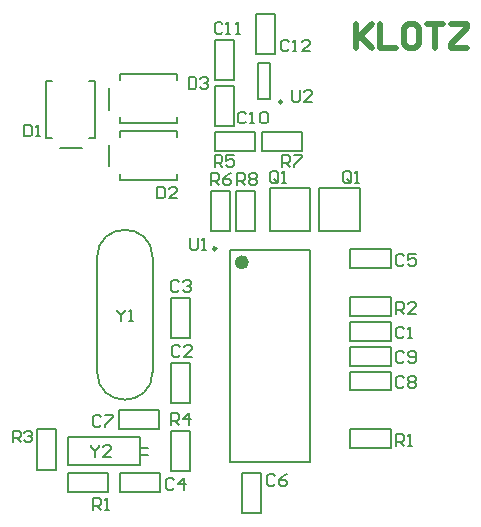
<source format=gto>
G04 Layer_Color=65535*
%FSLAX44Y44*%
%MOMM*%
G71*
G01*
G75*
%ADD17C,0.2000*%
%ADD18C,0.5000*%
%ADD20C,0.6000*%
%ADD31C,0.2500*%
D17*
X111500Y194700D02*
G03*
X158500Y194700I23500J0D01*
G01*
Y291500D02*
G03*
X111500Y291500I-23500J0D01*
G01*
X174000Y202000D02*
X190000D01*
X174000Y168000D02*
X190000D01*
X174000D02*
Y202000D01*
X190000Y168000D02*
Y202000D01*
X174000Y223000D02*
X190000D01*
X174000Y257000D02*
X190000D01*
Y223000D02*
Y257000D01*
X174000Y223000D02*
Y257000D01*
X131000Y93000D02*
Y109000D01*
X165000Y93000D02*
Y109000D01*
X131000Y93000D02*
X165000D01*
X131000Y109000D02*
X165000D01*
X326000Y282500D02*
Y298500D01*
X360000Y282500D02*
Y298500D01*
X326000Y282500D02*
X360000D01*
X326000Y298500D02*
X360000D01*
X234000Y109000D02*
X250000D01*
X234000Y75000D02*
X250000D01*
X234000D02*
Y109000D01*
X250000Y75000D02*
Y109000D01*
X130000Y146250D02*
Y162250D01*
X164000Y146250D02*
Y162250D01*
X130000Y146250D02*
X164000D01*
X130000Y162250D02*
X164000D01*
X326000Y179000D02*
Y195000D01*
X360000Y179000D02*
Y195000D01*
X326000Y179000D02*
X360000D01*
X326000Y195000D02*
X360000D01*
X326000Y200000D02*
Y216000D01*
X360000Y200000D02*
Y216000D01*
X326000Y200000D02*
X360000D01*
X326000Y216000D02*
X360000D01*
X104494Y441286D02*
X109828D01*
X104494Y393026D02*
X109828D01*
Y441286D01*
X80364Y383882D02*
X98364D01*
X68426Y441286D02*
X73506D01*
X68426Y393026D02*
Y441286D01*
Y393026D02*
X73506D01*
X179286Y357172D02*
Y362506D01*
X131026Y357172D02*
Y362506D01*
Y357172D02*
X179286D01*
X121882Y368636D02*
Y386636D01*
X179286Y393494D02*
Y398574D01*
X131026D02*
X179286D01*
X131026Y393494D02*
Y398574D01*
X179286Y405172D02*
Y410506D01*
X131026Y405172D02*
Y410506D01*
Y405172D02*
X179286D01*
X121882Y416636D02*
Y434636D01*
X179286Y441494D02*
Y446574D01*
X131026D02*
X179286D01*
X131026Y441494D02*
Y446574D01*
X299728Y313872D02*
X334018D01*
X299728Y350448D02*
X334018D01*
X299728Y313872D02*
Y350448D01*
X334018Y313872D02*
Y350448D01*
X257728Y313872D02*
X292018D01*
X257728Y350448D02*
X292018D01*
X257728Y313872D02*
Y350448D01*
X292018Y313872D02*
Y350448D01*
X87000Y109000D02*
X121000D01*
X87000Y93000D02*
X121000D01*
Y109000D01*
X87000Y93000D02*
Y109000D01*
X326000Y146000D02*
X360000D01*
X326000Y130000D02*
X360000D01*
Y146000D01*
X326000Y130000D02*
Y146000D01*
Y258000D02*
X360000D01*
X326000Y242000D02*
X360000D01*
Y258000D01*
X326000Y242000D02*
Y258000D01*
X77000Y112000D02*
Y146000D01*
X61000Y112000D02*
Y146000D01*
Y112000D02*
X77000D01*
X61000Y146000D02*
X77000D01*
X190000Y110500D02*
Y144500D01*
X174000Y110500D02*
Y144500D01*
Y110500D02*
X190000D01*
X174000Y144500D02*
X190000D01*
X211000Y398000D02*
X245000D01*
X211000Y382000D02*
X245000D01*
Y398000D01*
X211000Y382000D02*
Y398000D01*
X224000Y314000D02*
Y348000D01*
X208000Y314000D02*
Y348000D01*
Y314000D02*
X224000D01*
X208000Y348000D02*
X224000D01*
X251000Y398000D02*
X285000D01*
X251000Y382000D02*
X285000D01*
Y398000D01*
X251000Y382000D02*
Y398000D01*
X229000Y314000D02*
Y348000D01*
X245000Y314000D02*
Y348000D01*
X229000D02*
X245000D01*
X229000Y314000D02*
X245000D01*
X224000Y118500D02*
X292000D01*
X224000Y297500D02*
X292000D01*
Y118500D02*
Y297500D01*
X224000Y118500D02*
Y297500D01*
X248000Y425500D02*
X258000D01*
X248000Y456500D02*
X258000D01*
Y425500D02*
Y456500D01*
X248000Y425500D02*
Y456500D01*
X158500Y194700D02*
Y291500D01*
X111500Y194700D02*
Y291500D01*
X87082Y139572D02*
X148042D01*
X87082Y115442D02*
Y139572D01*
Y115442D02*
X148042D01*
Y139572D01*
X148296Y130174D02*
X154646D01*
X148042Y124586D02*
X154646D01*
X326000Y221000D02*
Y237000D01*
X360000Y221000D02*
Y237000D01*
X326000Y221000D02*
X360000D01*
X326000Y237000D02*
X360000D01*
X211000Y403000D02*
X227000D01*
X211000Y437000D02*
X227000D01*
Y403000D02*
Y437000D01*
X211000Y403000D02*
Y437000D01*
Y442000D02*
X227000D01*
X211000Y476000D02*
X227000D01*
Y442000D02*
Y476000D01*
X211000Y442000D02*
Y476000D01*
X246000Y498000D02*
X262000D01*
X246000Y464000D02*
X262000D01*
X246000D02*
Y498000D01*
X262000Y464000D02*
Y498000D01*
X371665Y231331D02*
X369998Y232997D01*
X366666D01*
X365000Y231331D01*
Y224666D01*
X366666Y223000D01*
X369998D01*
X371665Y224666D01*
X374997Y223000D02*
X378329D01*
X376663D01*
Y232997D01*
X374997Y231331D01*
X261915Y106831D02*
X260248Y108497D01*
X256916D01*
X255250Y106831D01*
Y100166D01*
X256916Y98500D01*
X260248D01*
X261915Y100166D01*
X271911Y108497D02*
X268579Y106831D01*
X265247Y103498D01*
Y100166D01*
X266913Y98500D01*
X270245D01*
X271911Y100166D01*
Y101832D01*
X270245Y103498D01*
X265247D01*
X237665Y413331D02*
X235998Y414997D01*
X232666D01*
X231000Y413331D01*
Y406666D01*
X232666Y405000D01*
X235998D01*
X237665Y406666D01*
X240997Y405000D02*
X244329D01*
X242663D01*
Y414997D01*
X240997Y413331D01*
X249327D02*
X250994Y414997D01*
X254326D01*
X255992Y413331D01*
Y406666D01*
X254326Y405000D01*
X250994D01*
X249327Y406666D01*
Y413331D01*
X371665Y210331D02*
X369998Y211997D01*
X366666D01*
X365000Y210331D01*
Y203666D01*
X366666Y202000D01*
X369998D01*
X371665Y203666D01*
X374997D02*
X376663Y202000D01*
X379995D01*
X381661Y203666D01*
Y210331D01*
X379995Y211997D01*
X376663D01*
X374997Y210331D01*
Y208664D01*
X376663Y206998D01*
X381661D01*
X371665Y189331D02*
X369998Y190997D01*
X366666D01*
X365000Y189331D01*
Y182666D01*
X366666Y181000D01*
X369998D01*
X371665Y182666D01*
X374997Y189331D02*
X376663Y190997D01*
X379995D01*
X381661Y189331D01*
Y187664D01*
X379995Y185998D01*
X381661Y184332D01*
Y182666D01*
X379995Y181000D01*
X376663D01*
X374997Y182666D01*
Y184332D01*
X376663Y185998D01*
X374997Y187664D01*
Y189331D01*
X376663Y185998D02*
X379995D01*
X371665Y292830D02*
X369999Y294496D01*
X366666D01*
X365000Y292830D01*
Y286166D01*
X366666Y284500D01*
X369999D01*
X371665Y286166D01*
X381662Y294496D02*
X374997D01*
Y289498D01*
X378329Y291164D01*
X379995D01*
X381662Y289498D01*
Y286166D01*
X379995Y284500D01*
X376663D01*
X374997Y286166D01*
X114665Y156580D02*
X112999Y158247D01*
X109666D01*
X108000Y156580D01*
Y149916D01*
X109666Y148250D01*
X112999D01*
X114665Y149916D01*
X117997Y158247D02*
X124661D01*
Y156580D01*
X117997Y149916D01*
Y148250D01*
X176665Y103331D02*
X174998Y104997D01*
X171666D01*
X170000Y103331D01*
Y96666D01*
X171666Y95000D01*
X174998D01*
X176665Y96666D01*
X184995Y95000D02*
Y104997D01*
X179997Y99999D01*
X186661D01*
X273665Y474331D02*
X271999Y475997D01*
X268666D01*
X267000Y474331D01*
Y467666D01*
X268666Y466000D01*
X271999D01*
X273665Y467666D01*
X276997Y466000D02*
X280329D01*
X278663D01*
Y475997D01*
X276997Y474331D01*
X291992Y466000D02*
X285327D01*
X291992Y472665D01*
Y474331D01*
X290326Y475997D01*
X286994D01*
X285327Y474331D01*
X217665Y489331D02*
X215998Y490997D01*
X212666D01*
X211000Y489331D01*
Y482666D01*
X212666Y481000D01*
X215998D01*
X217665Y482666D01*
X220997Y481000D02*
X224329D01*
X222663D01*
Y490997D01*
X220997Y489331D01*
X229328Y481000D02*
X232660D01*
X230994D01*
Y490997D01*
X229328Y489331D01*
X180665Y271081D02*
X178998Y272747D01*
X175666D01*
X174000Y271081D01*
Y264416D01*
X175666Y262750D01*
X178998D01*
X180665Y264416D01*
X183997Y271081D02*
X185663Y272747D01*
X188995D01*
X190661Y271081D01*
Y269415D01*
X188995Y267748D01*
X187329D01*
X188995D01*
X190661Y266082D01*
Y264416D01*
X188995Y262750D01*
X185663D01*
X183997Y264416D01*
X181915Y215831D02*
X180248Y217497D01*
X176916D01*
X175250Y215831D01*
Y209166D01*
X176916Y207500D01*
X180248D01*
X181915Y209166D01*
X191911Y207500D02*
X185247D01*
X191911Y214165D01*
Y215831D01*
X190245Y217497D01*
X186913D01*
X185247Y215831D01*
X174000Y149500D02*
Y159497D01*
X178998D01*
X180664Y157830D01*
Y154498D01*
X178998Y152832D01*
X174000D01*
X177332D02*
X180664Y149500D01*
X188995D02*
Y159497D01*
X183997Y154498D01*
X190661D01*
X230000Y353000D02*
Y362997D01*
X234998D01*
X236665Y361331D01*
Y357999D01*
X234998Y356332D01*
X230000D01*
X233332D02*
X236665Y353000D01*
X239997Y361331D02*
X241663Y362997D01*
X244995D01*
X246661Y361331D01*
Y359665D01*
X244995Y357999D01*
X246661Y356332D01*
Y354666D01*
X244995Y353000D01*
X241663D01*
X239997Y354666D01*
Y356332D01*
X241663Y357999D01*
X239997Y359665D01*
Y361331D01*
X241663Y357999D02*
X244995D01*
X211000Y368000D02*
Y377997D01*
X215998D01*
X217665Y376331D01*
Y372998D01*
X215998Y371332D01*
X211000D01*
X214332D02*
X217665Y368000D01*
X227661Y377997D02*
X220997D01*
Y372998D01*
X224329Y374664D01*
X225995D01*
X227661Y372998D01*
Y369666D01*
X225995Y368000D01*
X222663D01*
X220997Y369666D01*
X208000Y353000D02*
Y362997D01*
X212998D01*
X214664Y361331D01*
Y357998D01*
X212998Y356332D01*
X208000D01*
X211332D02*
X214664Y353000D01*
X224661Y362997D02*
X221329Y361331D01*
X217997Y357998D01*
Y354666D01*
X219663Y353000D01*
X222995D01*
X224661Y354666D01*
Y356332D01*
X222995Y357998D01*
X217997D01*
X40000Y135000D02*
Y144997D01*
X44998D01*
X46665Y143331D01*
Y139998D01*
X44998Y138332D01*
X40000D01*
X43332D02*
X46665Y135000D01*
X49997Y143331D02*
X51663Y144997D01*
X54995D01*
X56661Y143331D01*
Y141664D01*
X54995Y139998D01*
X53329D01*
X54995D01*
X56661Y138332D01*
Y136666D01*
X54995Y135000D01*
X51663D01*
X49997Y136666D01*
X365000Y244000D02*
Y253997D01*
X369998D01*
X371665Y252331D01*
Y248998D01*
X369998Y247332D01*
X365000D01*
X368332D02*
X371665Y244000D01*
X381661D02*
X374997D01*
X381661Y250665D01*
Y252331D01*
X379995Y253997D01*
X376663D01*
X374997Y252331D01*
X365000Y132000D02*
Y141997D01*
X369998D01*
X371665Y140331D01*
Y136998D01*
X369998Y135332D01*
X365000D01*
X368332D02*
X371665Y132000D01*
X374997D02*
X378329D01*
X376663D01*
Y141997D01*
X374997Y140331D01*
X108000Y78000D02*
Y87997D01*
X112998D01*
X114664Y86331D01*
Y82998D01*
X112998Y81332D01*
X108000D01*
X111332D02*
X114664Y78000D01*
X117997D02*
X121329D01*
X119663D01*
Y87997D01*
X117997Y86331D01*
X268000Y368000D02*
Y377997D01*
X272998D01*
X274664Y376331D01*
Y372998D01*
X272998Y371332D01*
X268000D01*
X271332D02*
X274664Y368000D01*
X277997Y377997D02*
X284661D01*
Y376331D01*
X277997Y369666D01*
Y368000D01*
X106250Y132997D02*
Y131331D01*
X109582Y127998D01*
X112914Y131331D01*
Y132997D01*
X109582Y127998D02*
Y123000D01*
X122911D02*
X116247D01*
X122911Y129664D01*
Y131331D01*
X121245Y132997D01*
X117913D01*
X116247Y131331D01*
X276500Y433247D02*
Y424916D01*
X278166Y423250D01*
X281498D01*
X283165Y424916D01*
Y433247D01*
X293161Y423250D02*
X286497D01*
X293161Y429915D01*
Y431581D01*
X291495Y433247D01*
X288163D01*
X286497Y431581D01*
X190000Y307997D02*
Y299666D01*
X191666Y298000D01*
X194998D01*
X196665Y299666D01*
Y307997D01*
X199997Y298000D02*
X203329D01*
X201663D01*
Y307997D01*
X199997Y306331D01*
X264664Y356666D02*
Y363330D01*
X262998Y364997D01*
X259666D01*
X258000Y363330D01*
Y356666D01*
X259666Y355000D01*
X262998D01*
X261332Y358332D02*
X264664Y355000D01*
X262998D02*
X264664Y356666D01*
X267997Y355000D02*
X271329D01*
X269663D01*
Y364997D01*
X267997Y363330D01*
X326665Y356666D02*
Y363331D01*
X324998Y364997D01*
X321666D01*
X320000Y363331D01*
Y356666D01*
X321666Y355000D01*
X324998D01*
X323332Y358332D02*
X326665Y355000D01*
X324998D02*
X326665Y356666D01*
X329997Y355000D02*
X333329D01*
X331663D01*
Y364997D01*
X329997Y363331D01*
X189000Y444247D02*
Y434250D01*
X193998D01*
X195665Y435916D01*
Y442581D01*
X193998Y444247D01*
X189000D01*
X198997Y442581D02*
X200663Y444247D01*
X203995D01*
X205661Y442581D01*
Y440914D01*
X203995Y439248D01*
X202329D01*
X203995D01*
X205661Y437582D01*
Y435916D01*
X203995Y434250D01*
X200663D01*
X198997Y435916D01*
X162500Y351497D02*
Y341500D01*
X167498D01*
X169165Y343166D01*
Y349831D01*
X167498Y351497D01*
X162500D01*
X179161Y341500D02*
X172497D01*
X179161Y348164D01*
Y349831D01*
X177495Y351497D01*
X174163D01*
X172497Y349831D01*
X50000Y403997D02*
Y394000D01*
X54998D01*
X56665Y395666D01*
Y402331D01*
X54998Y403997D01*
X50000D01*
X59997Y394000D02*
X63329D01*
X61663D01*
Y403997D01*
X59997Y402331D01*
X128500Y247497D02*
Y245831D01*
X131832Y242498D01*
X135164Y245831D01*
Y247497D01*
X131832Y242498D02*
Y237500D01*
X138497D02*
X141829D01*
X140163D01*
Y247497D01*
X138497Y245831D01*
D18*
X331000Y488994D02*
Y469000D01*
Y475664D01*
X344329Y488994D01*
X334332Y478997D01*
X344329Y469000D01*
X350994Y488994D02*
Y469000D01*
X364323D01*
X380984Y488994D02*
X374319D01*
X370987Y485661D01*
Y472332D01*
X374319Y469000D01*
X380984D01*
X384316Y472332D01*
Y485661D01*
X380984Y488994D01*
X390981D02*
X404310D01*
X397645D01*
Y469000D01*
X410974Y488994D02*
X424303D01*
Y485661D01*
X410974Y472332D01*
Y469000D01*
X424303D01*
D20*
X237000Y287500D02*
G03*
X237000Y287500I-3000J0D01*
G01*
D31*
X212250Y299050D02*
G03*
X212250Y299050I-1250J0D01*
G01*
X268000Y423250D02*
G03*
X268000Y423250I-1250J0D01*
G01*
M02*

</source>
